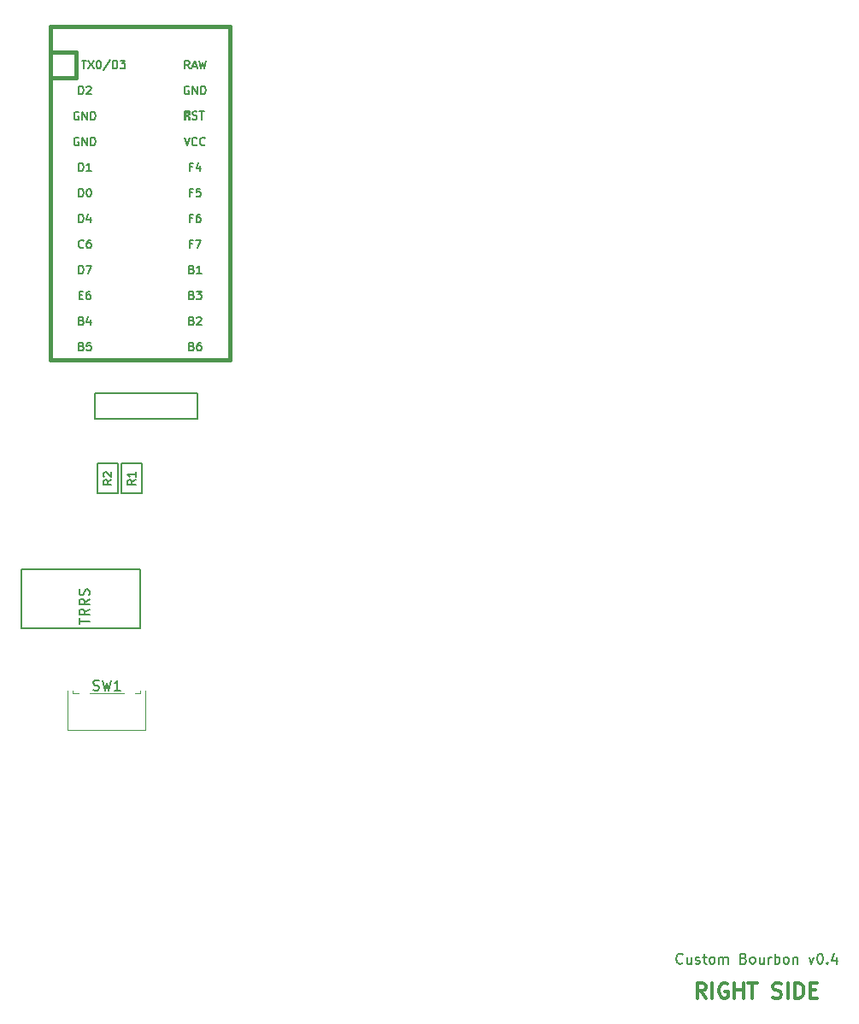
<source format=gto>
G04 #@! TF.GenerationSoftware,KiCad,Pcbnew,5.1.10*
G04 #@! TF.CreationDate,2021-07-25T23:07:30-04:00*
G04 #@! TF.ProjectId,v04_right,7630345f-7269-4676-9874-2e6b69636164,rev?*
G04 #@! TF.SameCoordinates,Original*
G04 #@! TF.FileFunction,Legend,Top*
G04 #@! TF.FilePolarity,Positive*
%FSLAX46Y46*%
G04 Gerber Fmt 4.6, Leading zero omitted, Abs format (unit mm)*
G04 Created by KiCad (PCBNEW 5.1.10) date 2021-07-25 23:07:30*
%MOMM*%
%LPD*%
G01*
G04 APERTURE LIST*
%ADD10C,0.300000*%
%ADD11C,0.150000*%
%ADD12C,0.120000*%
%ADD13C,0.381000*%
%ADD14C,1.200000*%
%ADD15C,2.100000*%
%ADD16C,1.750000*%
%ADD17C,2.200000*%
%ADD18C,3.987800*%
%ADD19C,1.397000*%
%ADD20R,1.752600X1.752600*%
%ADD21C,1.752600*%
G04 APERTURE END LIST*
D10*
X-118577678Y-119741071D02*
X-119077678Y-119026785D01*
X-119434821Y-119741071D02*
X-119434821Y-118241071D01*
X-118863392Y-118241071D01*
X-118720535Y-118312500D01*
X-118649107Y-118383928D01*
X-118577678Y-118526785D01*
X-118577678Y-118741071D01*
X-118649107Y-118883928D01*
X-118720535Y-118955357D01*
X-118863392Y-119026785D01*
X-119434821Y-119026785D01*
X-117934821Y-119741071D02*
X-117934821Y-118241071D01*
X-116434821Y-118312500D02*
X-116577678Y-118241071D01*
X-116791964Y-118241071D01*
X-117006250Y-118312500D01*
X-117149107Y-118455357D01*
X-117220535Y-118598214D01*
X-117291964Y-118883928D01*
X-117291964Y-119098214D01*
X-117220535Y-119383928D01*
X-117149107Y-119526785D01*
X-117006250Y-119669642D01*
X-116791964Y-119741071D01*
X-116649107Y-119741071D01*
X-116434821Y-119669642D01*
X-116363392Y-119598214D01*
X-116363392Y-119098214D01*
X-116649107Y-119098214D01*
X-115720535Y-119741071D02*
X-115720535Y-118241071D01*
X-115720535Y-118955357D02*
X-114863392Y-118955357D01*
X-114863392Y-119741071D02*
X-114863392Y-118241071D01*
X-114363392Y-118241071D02*
X-113506250Y-118241071D01*
X-113934821Y-119741071D02*
X-113934821Y-118241071D01*
X-111934821Y-119669642D02*
X-111720535Y-119741071D01*
X-111363392Y-119741071D01*
X-111220535Y-119669642D01*
X-111149107Y-119598214D01*
X-111077678Y-119455357D01*
X-111077678Y-119312500D01*
X-111149107Y-119169642D01*
X-111220535Y-119098214D01*
X-111363392Y-119026785D01*
X-111649107Y-118955357D01*
X-111791964Y-118883928D01*
X-111863392Y-118812500D01*
X-111934821Y-118669642D01*
X-111934821Y-118526785D01*
X-111863392Y-118383928D01*
X-111791964Y-118312500D01*
X-111649107Y-118241071D01*
X-111291964Y-118241071D01*
X-111077678Y-118312500D01*
X-110434821Y-119741071D02*
X-110434821Y-118241071D01*
X-109720535Y-119741071D02*
X-109720535Y-118241071D01*
X-109363392Y-118241071D01*
X-109149107Y-118312500D01*
X-109006250Y-118455357D01*
X-108934821Y-118598214D01*
X-108863392Y-118883928D01*
X-108863392Y-119098214D01*
X-108934821Y-119383928D01*
X-109006250Y-119526785D01*
X-109149107Y-119669642D01*
X-109363392Y-119741071D01*
X-109720535Y-119741071D01*
X-108220535Y-118955357D02*
X-107720535Y-118955357D01*
X-107506250Y-119741071D02*
X-108220535Y-119741071D01*
X-108220535Y-118241071D01*
X-107506250Y-118241071D01*
D11*
X-120863392Y-116244642D02*
X-120911011Y-116292261D01*
X-121053869Y-116339880D01*
X-121149107Y-116339880D01*
X-121291964Y-116292261D01*
X-121387202Y-116197023D01*
X-121434821Y-116101785D01*
X-121482440Y-115911309D01*
X-121482440Y-115768452D01*
X-121434821Y-115577976D01*
X-121387202Y-115482738D01*
X-121291964Y-115387500D01*
X-121149107Y-115339880D01*
X-121053869Y-115339880D01*
X-120911011Y-115387500D01*
X-120863392Y-115435119D01*
X-120006250Y-115673214D02*
X-120006250Y-116339880D01*
X-120434821Y-115673214D02*
X-120434821Y-116197023D01*
X-120387202Y-116292261D01*
X-120291964Y-116339880D01*
X-120149107Y-116339880D01*
X-120053869Y-116292261D01*
X-120006250Y-116244642D01*
X-119577678Y-116292261D02*
X-119482440Y-116339880D01*
X-119291964Y-116339880D01*
X-119196726Y-116292261D01*
X-119149107Y-116197023D01*
X-119149107Y-116149404D01*
X-119196726Y-116054166D01*
X-119291964Y-116006547D01*
X-119434821Y-116006547D01*
X-119530059Y-115958928D01*
X-119577678Y-115863690D01*
X-119577678Y-115816071D01*
X-119530059Y-115720833D01*
X-119434821Y-115673214D01*
X-119291964Y-115673214D01*
X-119196726Y-115720833D01*
X-118863392Y-115673214D02*
X-118482440Y-115673214D01*
X-118720535Y-115339880D02*
X-118720535Y-116197023D01*
X-118672916Y-116292261D01*
X-118577678Y-116339880D01*
X-118482440Y-116339880D01*
X-118006250Y-116339880D02*
X-118101488Y-116292261D01*
X-118149107Y-116244642D01*
X-118196726Y-116149404D01*
X-118196726Y-115863690D01*
X-118149107Y-115768452D01*
X-118101488Y-115720833D01*
X-118006250Y-115673214D01*
X-117863392Y-115673214D01*
X-117768154Y-115720833D01*
X-117720535Y-115768452D01*
X-117672916Y-115863690D01*
X-117672916Y-116149404D01*
X-117720535Y-116244642D01*
X-117768154Y-116292261D01*
X-117863392Y-116339880D01*
X-118006250Y-116339880D01*
X-117244345Y-116339880D02*
X-117244345Y-115673214D01*
X-117244345Y-115768452D02*
X-117196726Y-115720833D01*
X-117101488Y-115673214D01*
X-116958630Y-115673214D01*
X-116863392Y-115720833D01*
X-116815773Y-115816071D01*
X-116815773Y-116339880D01*
X-116815773Y-115816071D02*
X-116768154Y-115720833D01*
X-116672916Y-115673214D01*
X-116530059Y-115673214D01*
X-116434821Y-115720833D01*
X-116387202Y-115816071D01*
X-116387202Y-116339880D01*
X-114815773Y-115816071D02*
X-114672916Y-115863690D01*
X-114625297Y-115911309D01*
X-114577678Y-116006547D01*
X-114577678Y-116149404D01*
X-114625297Y-116244642D01*
X-114672916Y-116292261D01*
X-114768154Y-116339880D01*
X-115149107Y-116339880D01*
X-115149107Y-115339880D01*
X-114815773Y-115339880D01*
X-114720535Y-115387500D01*
X-114672916Y-115435119D01*
X-114625297Y-115530357D01*
X-114625297Y-115625595D01*
X-114672916Y-115720833D01*
X-114720535Y-115768452D01*
X-114815773Y-115816071D01*
X-115149107Y-115816071D01*
X-114006250Y-116339880D02*
X-114101488Y-116292261D01*
X-114149107Y-116244642D01*
X-114196726Y-116149404D01*
X-114196726Y-115863690D01*
X-114149107Y-115768452D01*
X-114101488Y-115720833D01*
X-114006250Y-115673214D01*
X-113863392Y-115673214D01*
X-113768154Y-115720833D01*
X-113720535Y-115768452D01*
X-113672916Y-115863690D01*
X-113672916Y-116149404D01*
X-113720535Y-116244642D01*
X-113768154Y-116292261D01*
X-113863392Y-116339880D01*
X-114006250Y-116339880D01*
X-112815773Y-115673214D02*
X-112815773Y-116339880D01*
X-113244345Y-115673214D02*
X-113244345Y-116197023D01*
X-113196726Y-116292261D01*
X-113101488Y-116339880D01*
X-112958630Y-116339880D01*
X-112863392Y-116292261D01*
X-112815773Y-116244642D01*
X-112339583Y-116339880D02*
X-112339583Y-115673214D01*
X-112339583Y-115863690D02*
X-112291964Y-115768452D01*
X-112244345Y-115720833D01*
X-112149107Y-115673214D01*
X-112053869Y-115673214D01*
X-111720535Y-116339880D02*
X-111720535Y-115339880D01*
X-111720535Y-115720833D02*
X-111625297Y-115673214D01*
X-111434821Y-115673214D01*
X-111339583Y-115720833D01*
X-111291964Y-115768452D01*
X-111244345Y-115863690D01*
X-111244345Y-116149404D01*
X-111291964Y-116244642D01*
X-111339583Y-116292261D01*
X-111434821Y-116339880D01*
X-111625297Y-116339880D01*
X-111720535Y-116292261D01*
X-110672916Y-116339880D02*
X-110768154Y-116292261D01*
X-110815773Y-116244642D01*
X-110863392Y-116149404D01*
X-110863392Y-115863690D01*
X-110815773Y-115768452D01*
X-110768154Y-115720833D01*
X-110672916Y-115673214D01*
X-110530059Y-115673214D01*
X-110434821Y-115720833D01*
X-110387202Y-115768452D01*
X-110339583Y-115863690D01*
X-110339583Y-116149404D01*
X-110387202Y-116244642D01*
X-110434821Y-116292261D01*
X-110530059Y-116339880D01*
X-110672916Y-116339880D01*
X-109911011Y-115673214D02*
X-109911011Y-116339880D01*
X-109911011Y-115768452D02*
X-109863392Y-115720833D01*
X-109768154Y-115673214D01*
X-109625297Y-115673214D01*
X-109530059Y-115720833D01*
X-109482440Y-115816071D01*
X-109482440Y-116339880D01*
X-108339583Y-115673214D02*
X-108101488Y-116339880D01*
X-107863392Y-115673214D01*
X-107291964Y-115339880D02*
X-107196726Y-115339880D01*
X-107101488Y-115387500D01*
X-107053869Y-115435119D01*
X-107006250Y-115530357D01*
X-106958630Y-115720833D01*
X-106958630Y-115958928D01*
X-107006250Y-116149404D01*
X-107053869Y-116244642D01*
X-107101488Y-116292261D01*
X-107196726Y-116339880D01*
X-107291964Y-116339880D01*
X-107387202Y-116292261D01*
X-107434821Y-116244642D01*
X-107482440Y-116149404D01*
X-107530059Y-115958928D01*
X-107530059Y-115720833D01*
X-107482440Y-115530357D01*
X-107434821Y-115435119D01*
X-107387202Y-115387500D01*
X-107291964Y-115339880D01*
X-106530059Y-116244642D02*
X-106482440Y-116292261D01*
X-106530059Y-116339880D01*
X-106577678Y-116292261D01*
X-106530059Y-116244642D01*
X-106530059Y-116339880D01*
X-105625297Y-115673214D02*
X-105625297Y-116339880D01*
X-105863392Y-115292261D02*
X-106101488Y-116006547D01*
X-105482440Y-116006547D01*
X-186381250Y-83068750D02*
X-186381250Y-77268750D01*
X-186381250Y-77268750D02*
X-174631250Y-77268750D01*
X-174631250Y-77268750D02*
X-174631250Y-83068750D01*
X-174631250Y-83068750D02*
X-186381250Y-83068750D01*
D12*
X-174578750Y-89517500D02*
X-174578750Y-89287500D01*
X-174058750Y-93187500D02*
X-181778750Y-93187500D01*
X-181778750Y-93187500D02*
X-181778750Y-89287500D01*
X-174058750Y-93187500D02*
X-174058750Y-89287500D01*
X-181258750Y-89517500D02*
X-181258750Y-89287500D01*
X-180718750Y-89517500D02*
X-181258750Y-89517500D01*
X-174578750Y-89517500D02*
X-175118750Y-89517500D01*
X-176218750Y-89517500D02*
X-179618750Y-89517500D01*
D11*
X-176799240Y-66761360D02*
X-178800760Y-66761360D01*
X-178800760Y-66761360D02*
X-178800760Y-69763640D01*
X-178800760Y-69763640D02*
X-176799240Y-69763640D01*
X-176799240Y-69763640D02*
X-176799240Y-66761360D01*
X-176419510Y-69763640D02*
X-174417990Y-69763640D01*
X-174417990Y-69763640D02*
X-174417990Y-66761360D01*
X-174417990Y-66761360D02*
X-176419510Y-66761360D01*
X-176419510Y-66761360D02*
X-176419510Y-69763640D01*
X-179070000Y-62388750D02*
X-168910000Y-62388750D01*
X-179070000Y-59848750D02*
X-168910000Y-59848750D01*
X-168910000Y-59848750D02*
X-168910000Y-62388750D01*
X-179070000Y-62388750D02*
X-179070000Y-59848750D01*
D13*
X-183515000Y-26035000D02*
X-183515000Y-56515000D01*
X-183515000Y-56515000D02*
X-165735000Y-56515000D01*
X-165735000Y-56515000D02*
X-165735000Y-26035000D01*
X-180975000Y-26035000D02*
X-180975000Y-28575000D01*
X-180975000Y-28575000D02*
X-183515000Y-28575000D01*
D11*
G36*
X-169693432Y-31914360D02*
G01*
X-169693432Y-32214360D01*
X-169793432Y-32214360D01*
X-169793432Y-31914360D01*
X-169693432Y-31914360D01*
G37*
X-169693432Y-31914360D02*
X-169693432Y-32214360D01*
X-169793432Y-32214360D01*
X-169793432Y-31914360D01*
X-169693432Y-31914360D01*
G36*
X-169893432Y-32314360D02*
G01*
X-169893432Y-32414360D01*
X-169993432Y-32414360D01*
X-169993432Y-32314360D01*
X-169893432Y-32314360D01*
G37*
X-169893432Y-32314360D02*
X-169893432Y-32414360D01*
X-169993432Y-32414360D01*
X-169993432Y-32314360D01*
X-169893432Y-32314360D01*
G36*
X-169693432Y-31914360D02*
G01*
X-169693432Y-32014360D01*
X-170193432Y-32014360D01*
X-170193432Y-31914360D01*
X-169693432Y-31914360D01*
G37*
X-169693432Y-31914360D02*
X-169693432Y-32014360D01*
X-170193432Y-32014360D01*
X-170193432Y-31914360D01*
X-169693432Y-31914360D01*
G36*
X-170093432Y-31914360D02*
G01*
X-170093432Y-32714360D01*
X-170193432Y-32714360D01*
X-170193432Y-31914360D01*
X-170093432Y-31914360D01*
G37*
X-170093432Y-31914360D02*
X-170093432Y-32714360D01*
X-170193432Y-32714360D01*
X-170193432Y-31914360D01*
X-170093432Y-31914360D01*
G36*
X-169693432Y-32514360D02*
G01*
X-169693432Y-32714360D01*
X-169793432Y-32714360D01*
X-169793432Y-32514360D01*
X-169693432Y-32514360D01*
G37*
X-169693432Y-32514360D02*
X-169693432Y-32714360D01*
X-169793432Y-32714360D01*
X-169793432Y-32514360D01*
X-169693432Y-32514360D01*
D13*
X-165735000Y-26035000D02*
X-165735000Y-23495000D01*
X-165735000Y-23495000D02*
X-183515000Y-23495000D01*
X-183515000Y-23495000D02*
X-183515000Y-26035000D01*
X-180975000Y-26035000D02*
X-183515000Y-26035000D01*
D11*
X-180628869Y-82680654D02*
X-180628869Y-82109226D01*
X-179628869Y-82394940D02*
X-180628869Y-82394940D01*
X-179628869Y-81204464D02*
X-180105059Y-81537797D01*
X-179628869Y-81775892D02*
X-180628869Y-81775892D01*
X-180628869Y-81394940D01*
X-180581250Y-81299702D01*
X-180533630Y-81252083D01*
X-180438392Y-81204464D01*
X-180295535Y-81204464D01*
X-180200297Y-81252083D01*
X-180152678Y-81299702D01*
X-180105059Y-81394940D01*
X-180105059Y-81775892D01*
X-179628869Y-80204464D02*
X-180105059Y-80537797D01*
X-179628869Y-80775892D02*
X-180628869Y-80775892D01*
X-180628869Y-80394940D01*
X-180581250Y-80299702D01*
X-180533630Y-80252083D01*
X-180438392Y-80204464D01*
X-180295535Y-80204464D01*
X-180200297Y-80252083D01*
X-180152678Y-80299702D01*
X-180105059Y-80394940D01*
X-180105059Y-80775892D01*
X-179676488Y-79823511D02*
X-179628869Y-79680654D01*
X-179628869Y-79442559D01*
X-179676488Y-79347321D01*
X-179724107Y-79299702D01*
X-179819345Y-79252083D01*
X-179914583Y-79252083D01*
X-180009821Y-79299702D01*
X-180057440Y-79347321D01*
X-180105059Y-79442559D01*
X-180152678Y-79633035D01*
X-180200297Y-79728273D01*
X-180247916Y-79775892D01*
X-180343154Y-79823511D01*
X-180438392Y-79823511D01*
X-180533630Y-79775892D01*
X-180581250Y-79728273D01*
X-180628869Y-79633035D01*
X-180628869Y-79394940D01*
X-180581250Y-79252083D01*
X-179252083Y-89212261D02*
X-179109226Y-89259880D01*
X-178871130Y-89259880D01*
X-178775892Y-89212261D01*
X-178728273Y-89164642D01*
X-178680654Y-89069404D01*
X-178680654Y-88974166D01*
X-178728273Y-88878928D01*
X-178775892Y-88831309D01*
X-178871130Y-88783690D01*
X-179061607Y-88736071D01*
X-179156845Y-88688452D01*
X-179204464Y-88640833D01*
X-179252083Y-88545595D01*
X-179252083Y-88450357D01*
X-179204464Y-88355119D01*
X-179156845Y-88307500D01*
X-179061607Y-88259880D01*
X-178823511Y-88259880D01*
X-178680654Y-88307500D01*
X-178347321Y-88259880D02*
X-178109226Y-89259880D01*
X-177918750Y-88545595D01*
X-177728273Y-89259880D01*
X-177490178Y-88259880D01*
X-176585416Y-89259880D02*
X-177156845Y-89259880D01*
X-176871130Y-89259880D02*
X-176871130Y-88259880D01*
X-176966369Y-88402738D01*
X-177061607Y-88497976D01*
X-177156845Y-88545595D01*
X-177438095Y-68395833D02*
X-177819047Y-68662500D01*
X-177438095Y-68852976D02*
X-178238095Y-68852976D01*
X-178238095Y-68548214D01*
X-178200000Y-68472023D01*
X-178161904Y-68433928D01*
X-178085714Y-68395833D01*
X-177971428Y-68395833D01*
X-177895238Y-68433928D01*
X-177857142Y-68472023D01*
X-177819047Y-68548214D01*
X-177819047Y-68852976D01*
X-178161904Y-68091071D02*
X-178200000Y-68052976D01*
X-178238095Y-67976785D01*
X-178238095Y-67786309D01*
X-178200000Y-67710119D01*
X-178161904Y-67672023D01*
X-178085714Y-67633928D01*
X-178009523Y-67633928D01*
X-177895238Y-67672023D01*
X-177438095Y-68129166D01*
X-177438095Y-67633928D01*
X-175056845Y-68395833D02*
X-175437797Y-68662500D01*
X-175056845Y-68852976D02*
X-175856845Y-68852976D01*
X-175856845Y-68548214D01*
X-175818750Y-68472023D01*
X-175780654Y-68433928D01*
X-175704464Y-68395833D01*
X-175590178Y-68395833D01*
X-175513988Y-68433928D01*
X-175475892Y-68472023D01*
X-175437797Y-68548214D01*
X-175437797Y-68852976D01*
X-175056845Y-67633928D02*
X-175056845Y-68091071D01*
X-175056845Y-67862500D02*
X-175856845Y-67862500D01*
X-175742559Y-67938690D01*
X-175666369Y-68014880D01*
X-175628273Y-68091071D01*
X-169487809Y-52647857D02*
X-169373523Y-52685952D01*
X-169335428Y-52724047D01*
X-169297333Y-52800238D01*
X-169297333Y-52914523D01*
X-169335428Y-52990714D01*
X-169373523Y-53028809D01*
X-169449714Y-53066904D01*
X-169754476Y-53066904D01*
X-169754476Y-52266904D01*
X-169487809Y-52266904D01*
X-169411619Y-52305000D01*
X-169373523Y-52343095D01*
X-169335428Y-52419285D01*
X-169335428Y-52495476D01*
X-169373523Y-52571666D01*
X-169411619Y-52609761D01*
X-169487809Y-52647857D01*
X-169754476Y-52647857D01*
X-168992571Y-52343095D02*
X-168954476Y-52305000D01*
X-168878285Y-52266904D01*
X-168687809Y-52266904D01*
X-168611619Y-52305000D01*
X-168573523Y-52343095D01*
X-168535428Y-52419285D01*
X-168535428Y-52495476D01*
X-168573523Y-52609761D01*
X-169030666Y-53066904D01*
X-168535428Y-53066904D01*
X-169430666Y-45027857D02*
X-169697333Y-45027857D01*
X-169697333Y-45446904D02*
X-169697333Y-44646904D01*
X-169316380Y-44646904D01*
X-169087809Y-44646904D02*
X-168554476Y-44646904D01*
X-168897333Y-45446904D01*
X-169430666Y-42487857D02*
X-169697333Y-42487857D01*
X-169697333Y-42906904D02*
X-169697333Y-42106904D01*
X-169316380Y-42106904D01*
X-168668761Y-42106904D02*
X-168821142Y-42106904D01*
X-168897333Y-42145000D01*
X-168935428Y-42183095D01*
X-169011619Y-42297380D01*
X-169049714Y-42449761D01*
X-169049714Y-42754523D01*
X-169011619Y-42830714D01*
X-168973523Y-42868809D01*
X-168897333Y-42906904D01*
X-168744952Y-42906904D01*
X-168668761Y-42868809D01*
X-168630666Y-42830714D01*
X-168592571Y-42754523D01*
X-168592571Y-42564047D01*
X-168630666Y-42487857D01*
X-168668761Y-42449761D01*
X-168744952Y-42411666D01*
X-168897333Y-42411666D01*
X-168973523Y-42449761D01*
X-169011619Y-42487857D01*
X-169049714Y-42564047D01*
X-169430666Y-39947857D02*
X-169697333Y-39947857D01*
X-169697333Y-40366904D02*
X-169697333Y-39566904D01*
X-169316380Y-39566904D01*
X-168630666Y-39566904D02*
X-169011619Y-39566904D01*
X-169049714Y-39947857D01*
X-169011619Y-39909761D01*
X-168935428Y-39871666D01*
X-168744952Y-39871666D01*
X-168668761Y-39909761D01*
X-168630666Y-39947857D01*
X-168592571Y-40024047D01*
X-168592571Y-40214523D01*
X-168630666Y-40290714D01*
X-168668761Y-40328809D01*
X-168744952Y-40366904D01*
X-168935428Y-40366904D01*
X-169011619Y-40328809D01*
X-169049714Y-40290714D01*
X-169716380Y-27666904D02*
X-169983047Y-27285952D01*
X-170173523Y-27666904D02*
X-170173523Y-26866904D01*
X-169868761Y-26866904D01*
X-169792571Y-26905000D01*
X-169754476Y-26943095D01*
X-169716380Y-27019285D01*
X-169716380Y-27133571D01*
X-169754476Y-27209761D01*
X-169792571Y-27247857D01*
X-169868761Y-27285952D01*
X-170173523Y-27285952D01*
X-169411619Y-27438333D02*
X-169030666Y-27438333D01*
X-169487809Y-27666904D02*
X-169221142Y-26866904D01*
X-168954476Y-27666904D01*
X-168764000Y-26866904D02*
X-168573523Y-27666904D01*
X-168421142Y-27095476D01*
X-168268761Y-27666904D01*
X-168078285Y-26866904D01*
X-169773523Y-29445000D02*
X-169849714Y-29406904D01*
X-169964000Y-29406904D01*
X-170078285Y-29445000D01*
X-170154476Y-29521190D01*
X-170192571Y-29597380D01*
X-170230666Y-29749761D01*
X-170230666Y-29864047D01*
X-170192571Y-30016428D01*
X-170154476Y-30092619D01*
X-170078285Y-30168809D01*
X-169964000Y-30206904D01*
X-169887809Y-30206904D01*
X-169773523Y-30168809D01*
X-169735428Y-30130714D01*
X-169735428Y-29864047D01*
X-169887809Y-29864047D01*
X-169392571Y-30206904D02*
X-169392571Y-29406904D01*
X-168935428Y-30206904D01*
X-168935428Y-29406904D01*
X-168554476Y-30206904D02*
X-168554476Y-29406904D01*
X-168364000Y-29406904D01*
X-168249714Y-29445000D01*
X-168173523Y-29521190D01*
X-168135428Y-29597380D01*
X-168097333Y-29749761D01*
X-168097333Y-29864047D01*
X-168135428Y-30016428D01*
X-168173523Y-30092619D01*
X-168249714Y-30168809D01*
X-168364000Y-30206904D01*
X-168554476Y-30206904D01*
X-169425213Y-32678809D02*
X-169310927Y-32716904D01*
X-169120451Y-32716904D01*
X-169044260Y-32678809D01*
X-169006165Y-32640714D01*
X-168968070Y-32564523D01*
X-168968070Y-32488333D01*
X-169006165Y-32412142D01*
X-169044260Y-32374047D01*
X-169120451Y-32335952D01*
X-169272832Y-32297857D01*
X-169349022Y-32259761D01*
X-169387118Y-32221666D01*
X-169425213Y-32145476D01*
X-169425213Y-32069285D01*
X-169387118Y-31993095D01*
X-169349022Y-31955000D01*
X-169272832Y-31916904D01*
X-169082356Y-31916904D01*
X-168968070Y-31955000D01*
X-168739499Y-31916904D02*
X-168282356Y-31916904D01*
X-168510927Y-32716904D02*
X-168510927Y-31916904D01*
X-170230666Y-34486904D02*
X-169964000Y-35286904D01*
X-169697333Y-34486904D01*
X-168973523Y-35210714D02*
X-169011619Y-35248809D01*
X-169125904Y-35286904D01*
X-169202095Y-35286904D01*
X-169316380Y-35248809D01*
X-169392571Y-35172619D01*
X-169430666Y-35096428D01*
X-169468761Y-34944047D01*
X-169468761Y-34829761D01*
X-169430666Y-34677380D01*
X-169392571Y-34601190D01*
X-169316380Y-34525000D01*
X-169202095Y-34486904D01*
X-169125904Y-34486904D01*
X-169011619Y-34525000D01*
X-168973523Y-34563095D01*
X-168173523Y-35210714D02*
X-168211619Y-35248809D01*
X-168325904Y-35286904D01*
X-168402095Y-35286904D01*
X-168516380Y-35248809D01*
X-168592571Y-35172619D01*
X-168630666Y-35096428D01*
X-168668761Y-34944047D01*
X-168668761Y-34829761D01*
X-168630666Y-34677380D01*
X-168592571Y-34601190D01*
X-168516380Y-34525000D01*
X-168402095Y-34486904D01*
X-168325904Y-34486904D01*
X-168211619Y-34525000D01*
X-168173523Y-34563095D01*
X-169430666Y-37407857D02*
X-169697333Y-37407857D01*
X-169697333Y-37826904D02*
X-169697333Y-37026904D01*
X-169316380Y-37026904D01*
X-168668761Y-37293571D02*
X-168668761Y-37826904D01*
X-168859238Y-36988809D02*
X-169049714Y-37560238D01*
X-168554476Y-37560238D01*
X-169487809Y-47567857D02*
X-169373523Y-47605952D01*
X-169335428Y-47644047D01*
X-169297333Y-47720238D01*
X-169297333Y-47834523D01*
X-169335428Y-47910714D01*
X-169373523Y-47948809D01*
X-169449714Y-47986904D01*
X-169754476Y-47986904D01*
X-169754476Y-47186904D01*
X-169487809Y-47186904D01*
X-169411619Y-47225000D01*
X-169373523Y-47263095D01*
X-169335428Y-47339285D01*
X-169335428Y-47415476D01*
X-169373523Y-47491666D01*
X-169411619Y-47529761D01*
X-169487809Y-47567857D01*
X-169754476Y-47567857D01*
X-168535428Y-47986904D02*
X-168992571Y-47986904D01*
X-168764000Y-47986904D02*
X-168764000Y-47186904D01*
X-168840190Y-47301190D01*
X-168916380Y-47377380D01*
X-168992571Y-47415476D01*
X-169487809Y-50107857D02*
X-169373523Y-50145952D01*
X-169335428Y-50184047D01*
X-169297333Y-50260238D01*
X-169297333Y-50374523D01*
X-169335428Y-50450714D01*
X-169373523Y-50488809D01*
X-169449714Y-50526904D01*
X-169754476Y-50526904D01*
X-169754476Y-49726904D01*
X-169487809Y-49726904D01*
X-169411619Y-49765000D01*
X-169373523Y-49803095D01*
X-169335428Y-49879285D01*
X-169335428Y-49955476D01*
X-169373523Y-50031666D01*
X-169411619Y-50069761D01*
X-169487809Y-50107857D01*
X-169754476Y-50107857D01*
X-169030666Y-49726904D02*
X-168535428Y-49726904D01*
X-168802095Y-50031666D01*
X-168687809Y-50031666D01*
X-168611619Y-50069761D01*
X-168573523Y-50107857D01*
X-168535428Y-50184047D01*
X-168535428Y-50374523D01*
X-168573523Y-50450714D01*
X-168611619Y-50488809D01*
X-168687809Y-50526904D01*
X-168916380Y-50526904D01*
X-168992571Y-50488809D01*
X-169030666Y-50450714D01*
X-169487809Y-55187857D02*
X-169373523Y-55225952D01*
X-169335428Y-55264047D01*
X-169297333Y-55340238D01*
X-169297333Y-55454523D01*
X-169335428Y-55530714D01*
X-169373523Y-55568809D01*
X-169449714Y-55606904D01*
X-169754476Y-55606904D01*
X-169754476Y-54806904D01*
X-169487809Y-54806904D01*
X-169411619Y-54845000D01*
X-169373523Y-54883095D01*
X-169335428Y-54959285D01*
X-169335428Y-55035476D01*
X-169373523Y-55111666D01*
X-169411619Y-55149761D01*
X-169487809Y-55187857D01*
X-169754476Y-55187857D01*
X-168611619Y-54806904D02*
X-168764000Y-54806904D01*
X-168840190Y-54845000D01*
X-168878285Y-54883095D01*
X-168954476Y-54997380D01*
X-168992571Y-55149761D01*
X-168992571Y-55454523D01*
X-168954476Y-55530714D01*
X-168916380Y-55568809D01*
X-168840190Y-55606904D01*
X-168687809Y-55606904D01*
X-168611619Y-55568809D01*
X-168573523Y-55530714D01*
X-168535428Y-55454523D01*
X-168535428Y-55264047D01*
X-168573523Y-55187857D01*
X-168611619Y-55149761D01*
X-168687809Y-55111666D01*
X-168840190Y-55111666D01*
X-168916380Y-55149761D01*
X-168954476Y-55187857D01*
X-168992571Y-55264047D01*
X-180409809Y-55187857D02*
X-180295523Y-55225952D01*
X-180257428Y-55264047D01*
X-180219333Y-55340238D01*
X-180219333Y-55454523D01*
X-180257428Y-55530714D01*
X-180295523Y-55568809D01*
X-180371714Y-55606904D01*
X-180676476Y-55606904D01*
X-180676476Y-54806904D01*
X-180409809Y-54806904D01*
X-180333619Y-54845000D01*
X-180295523Y-54883095D01*
X-180257428Y-54959285D01*
X-180257428Y-55035476D01*
X-180295523Y-55111666D01*
X-180333619Y-55149761D01*
X-180409809Y-55187857D01*
X-180676476Y-55187857D01*
X-179495523Y-54806904D02*
X-179876476Y-54806904D01*
X-179914571Y-55187857D01*
X-179876476Y-55149761D01*
X-179800285Y-55111666D01*
X-179609809Y-55111666D01*
X-179533619Y-55149761D01*
X-179495523Y-55187857D01*
X-179457428Y-55264047D01*
X-179457428Y-55454523D01*
X-179495523Y-55530714D01*
X-179533619Y-55568809D01*
X-179609809Y-55606904D01*
X-179800285Y-55606904D01*
X-179876476Y-55568809D01*
X-179914571Y-55530714D01*
X-180409809Y-52647857D02*
X-180295523Y-52685952D01*
X-180257428Y-52724047D01*
X-180219333Y-52800238D01*
X-180219333Y-52914523D01*
X-180257428Y-52990714D01*
X-180295523Y-53028809D01*
X-180371714Y-53066904D01*
X-180676476Y-53066904D01*
X-180676476Y-52266904D01*
X-180409809Y-52266904D01*
X-180333619Y-52305000D01*
X-180295523Y-52343095D01*
X-180257428Y-52419285D01*
X-180257428Y-52495476D01*
X-180295523Y-52571666D01*
X-180333619Y-52609761D01*
X-180409809Y-52647857D01*
X-180676476Y-52647857D01*
X-179533619Y-52533571D02*
X-179533619Y-53066904D01*
X-179724095Y-52228809D02*
X-179914571Y-52800238D01*
X-179419333Y-52800238D01*
X-180638380Y-50107857D02*
X-180371714Y-50107857D01*
X-180257428Y-50526904D02*
X-180638380Y-50526904D01*
X-180638380Y-49726904D01*
X-180257428Y-49726904D01*
X-179571714Y-49726904D02*
X-179724095Y-49726904D01*
X-179800285Y-49765000D01*
X-179838380Y-49803095D01*
X-179914571Y-49917380D01*
X-179952666Y-50069761D01*
X-179952666Y-50374523D01*
X-179914571Y-50450714D01*
X-179876476Y-50488809D01*
X-179800285Y-50526904D01*
X-179647904Y-50526904D01*
X-179571714Y-50488809D01*
X-179533619Y-50450714D01*
X-179495523Y-50374523D01*
X-179495523Y-50184047D01*
X-179533619Y-50107857D01*
X-179571714Y-50069761D01*
X-179647904Y-50031666D01*
X-179800285Y-50031666D01*
X-179876476Y-50069761D01*
X-179914571Y-50107857D01*
X-179952666Y-50184047D01*
X-180676476Y-47986904D02*
X-180676476Y-47186904D01*
X-180486000Y-47186904D01*
X-180371714Y-47225000D01*
X-180295523Y-47301190D01*
X-180257428Y-47377380D01*
X-180219333Y-47529761D01*
X-180219333Y-47644047D01*
X-180257428Y-47796428D01*
X-180295523Y-47872619D01*
X-180371714Y-47948809D01*
X-180486000Y-47986904D01*
X-180676476Y-47986904D01*
X-179952666Y-47186904D02*
X-179419333Y-47186904D01*
X-179762190Y-47986904D01*
X-180219333Y-45370714D02*
X-180257428Y-45408809D01*
X-180371714Y-45446904D01*
X-180447904Y-45446904D01*
X-180562190Y-45408809D01*
X-180638380Y-45332619D01*
X-180676476Y-45256428D01*
X-180714571Y-45104047D01*
X-180714571Y-44989761D01*
X-180676476Y-44837380D01*
X-180638380Y-44761190D01*
X-180562190Y-44685000D01*
X-180447904Y-44646904D01*
X-180371714Y-44646904D01*
X-180257428Y-44685000D01*
X-180219333Y-44723095D01*
X-179533619Y-44646904D02*
X-179686000Y-44646904D01*
X-179762190Y-44685000D01*
X-179800285Y-44723095D01*
X-179876476Y-44837380D01*
X-179914571Y-44989761D01*
X-179914571Y-45294523D01*
X-179876476Y-45370714D01*
X-179838380Y-45408809D01*
X-179762190Y-45446904D01*
X-179609809Y-45446904D01*
X-179533619Y-45408809D01*
X-179495523Y-45370714D01*
X-179457428Y-45294523D01*
X-179457428Y-45104047D01*
X-179495523Y-45027857D01*
X-179533619Y-44989761D01*
X-179609809Y-44951666D01*
X-179762190Y-44951666D01*
X-179838380Y-44989761D01*
X-179876476Y-45027857D01*
X-179914571Y-45104047D01*
X-180676476Y-42906904D02*
X-180676476Y-42106904D01*
X-180486000Y-42106904D01*
X-180371714Y-42145000D01*
X-180295523Y-42221190D01*
X-180257428Y-42297380D01*
X-180219333Y-42449761D01*
X-180219333Y-42564047D01*
X-180257428Y-42716428D01*
X-180295523Y-42792619D01*
X-180371714Y-42868809D01*
X-180486000Y-42906904D01*
X-180676476Y-42906904D01*
X-179533619Y-42373571D02*
X-179533619Y-42906904D01*
X-179724095Y-42068809D02*
X-179914571Y-42640238D01*
X-179419333Y-42640238D01*
X-180695523Y-31985000D02*
X-180771714Y-31946904D01*
X-180886000Y-31946904D01*
X-181000285Y-31985000D01*
X-181076476Y-32061190D01*
X-181114571Y-32137380D01*
X-181152666Y-32289761D01*
X-181152666Y-32404047D01*
X-181114571Y-32556428D01*
X-181076476Y-32632619D01*
X-181000285Y-32708809D01*
X-180886000Y-32746904D01*
X-180809809Y-32746904D01*
X-180695523Y-32708809D01*
X-180657428Y-32670714D01*
X-180657428Y-32404047D01*
X-180809809Y-32404047D01*
X-180314571Y-32746904D02*
X-180314571Y-31946904D01*
X-179857428Y-32746904D01*
X-179857428Y-31946904D01*
X-179476476Y-32746904D02*
X-179476476Y-31946904D01*
X-179286000Y-31946904D01*
X-179171714Y-31985000D01*
X-179095523Y-32061190D01*
X-179057428Y-32137380D01*
X-179019333Y-32289761D01*
X-179019333Y-32404047D01*
X-179057428Y-32556428D01*
X-179095523Y-32632619D01*
X-179171714Y-32708809D01*
X-179286000Y-32746904D01*
X-179476476Y-32746904D01*
X-180695523Y-34525000D02*
X-180771714Y-34486904D01*
X-180886000Y-34486904D01*
X-181000285Y-34525000D01*
X-181076476Y-34601190D01*
X-181114571Y-34677380D01*
X-181152666Y-34829761D01*
X-181152666Y-34944047D01*
X-181114571Y-35096428D01*
X-181076476Y-35172619D01*
X-181000285Y-35248809D01*
X-180886000Y-35286904D01*
X-180809809Y-35286904D01*
X-180695523Y-35248809D01*
X-180657428Y-35210714D01*
X-180657428Y-34944047D01*
X-180809809Y-34944047D01*
X-180314571Y-35286904D02*
X-180314571Y-34486904D01*
X-179857428Y-35286904D01*
X-179857428Y-34486904D01*
X-179476476Y-35286904D02*
X-179476476Y-34486904D01*
X-179286000Y-34486904D01*
X-179171714Y-34525000D01*
X-179095523Y-34601190D01*
X-179057428Y-34677380D01*
X-179019333Y-34829761D01*
X-179019333Y-34944047D01*
X-179057428Y-35096428D01*
X-179095523Y-35172619D01*
X-179171714Y-35248809D01*
X-179286000Y-35286904D01*
X-179476476Y-35286904D01*
X-180676476Y-37826904D02*
X-180676476Y-37026904D01*
X-180486000Y-37026904D01*
X-180371714Y-37065000D01*
X-180295523Y-37141190D01*
X-180257428Y-37217380D01*
X-180219333Y-37369761D01*
X-180219333Y-37484047D01*
X-180257428Y-37636428D01*
X-180295523Y-37712619D01*
X-180371714Y-37788809D01*
X-180486000Y-37826904D01*
X-180676476Y-37826904D01*
X-179457428Y-37826904D02*
X-179914571Y-37826904D01*
X-179686000Y-37826904D02*
X-179686000Y-37026904D01*
X-179762190Y-37141190D01*
X-179838380Y-37217380D01*
X-179914571Y-37255476D01*
X-180676476Y-40366904D02*
X-180676476Y-39566904D01*
X-180486000Y-39566904D01*
X-180371714Y-39605000D01*
X-180295523Y-39681190D01*
X-180257428Y-39757380D01*
X-180219333Y-39909761D01*
X-180219333Y-40024047D01*
X-180257428Y-40176428D01*
X-180295523Y-40252619D01*
X-180371714Y-40328809D01*
X-180486000Y-40366904D01*
X-180676476Y-40366904D01*
X-179724095Y-39566904D02*
X-179647904Y-39566904D01*
X-179571714Y-39605000D01*
X-179533619Y-39643095D01*
X-179495523Y-39719285D01*
X-179457428Y-39871666D01*
X-179457428Y-40062142D01*
X-179495523Y-40214523D01*
X-179533619Y-40290714D01*
X-179571714Y-40328809D01*
X-179647904Y-40366904D01*
X-179724095Y-40366904D01*
X-179800285Y-40328809D01*
X-179838380Y-40290714D01*
X-179876476Y-40214523D01*
X-179914571Y-40062142D01*
X-179914571Y-39871666D01*
X-179876476Y-39719285D01*
X-179838380Y-39643095D01*
X-179800285Y-39605000D01*
X-179724095Y-39566904D01*
X-180676476Y-30206904D02*
X-180676476Y-29406904D01*
X-180486000Y-29406904D01*
X-180371714Y-29445000D01*
X-180295523Y-29521190D01*
X-180257428Y-29597380D01*
X-180219333Y-29749761D01*
X-180219333Y-29864047D01*
X-180257428Y-30016428D01*
X-180295523Y-30092619D01*
X-180371714Y-30168809D01*
X-180486000Y-30206904D01*
X-180676476Y-30206904D01*
X-179914571Y-29483095D02*
X-179876476Y-29445000D01*
X-179800285Y-29406904D01*
X-179609809Y-29406904D01*
X-179533619Y-29445000D01*
X-179495523Y-29483095D01*
X-179457428Y-29559285D01*
X-179457428Y-29635476D01*
X-179495523Y-29749761D01*
X-179952666Y-30206904D01*
X-179457428Y-30206904D01*
X-180387348Y-26866904D02*
X-179930205Y-26866904D01*
X-180158776Y-27666904D02*
X-180158776Y-26866904D01*
X-179739729Y-26866904D02*
X-179206395Y-27666904D01*
X-179206395Y-26866904D02*
X-179739729Y-27666904D01*
X-178749252Y-26866904D02*
X-178673062Y-26866904D01*
X-178596872Y-26905000D01*
X-178558776Y-26943095D01*
X-178520681Y-27019285D01*
X-178482586Y-27171666D01*
X-178482586Y-27362142D01*
X-178520681Y-27514523D01*
X-178558776Y-27590714D01*
X-178596872Y-27628809D01*
X-178673062Y-27666904D01*
X-178749252Y-27666904D01*
X-178825443Y-27628809D01*
X-178863538Y-27590714D01*
X-178901633Y-27514523D01*
X-178939729Y-27362142D01*
X-178939729Y-27171666D01*
X-178901633Y-27019285D01*
X-178863538Y-26943095D01*
X-178825443Y-26905000D01*
X-178749252Y-26866904D01*
X-177568300Y-26828809D02*
X-178254014Y-27857380D01*
X-177301633Y-27666904D02*
X-177301633Y-26866904D01*
X-177111157Y-26866904D01*
X-176996872Y-26905000D01*
X-176920681Y-26981190D01*
X-176882586Y-27057380D01*
X-176844491Y-27209761D01*
X-176844491Y-27324047D01*
X-176882586Y-27476428D01*
X-176920681Y-27552619D01*
X-176996872Y-27628809D01*
X-177111157Y-27666904D01*
X-177301633Y-27666904D01*
X-176577824Y-26866904D02*
X-176082586Y-26866904D01*
X-176349252Y-27171666D01*
X-176234967Y-27171666D01*
X-176158776Y-27209761D01*
X-176120681Y-27247857D01*
X-176082586Y-27324047D01*
X-176082586Y-27514523D01*
X-176120681Y-27590714D01*
X-176158776Y-27628809D01*
X-176234967Y-27666904D01*
X-176463538Y-27666904D01*
X-176539729Y-27628809D01*
X-176577824Y-27590714D01*
%LPC*%
D14*
X-178031250Y-80168750D03*
X-185031250Y-80168750D03*
X-177918750Y-91697500D03*
D15*
X-174418750Y-87997500D03*
D16*
X-175418750Y-90487500D03*
X-180418750Y-90487500D03*
D15*
X-181428750Y-87997500D03*
D17*
X-160000000Y-69850000D03*
X-181750000Y-69850000D03*
D18*
X-104030000Y-78277500D03*
D16*
X-109110000Y-78277500D03*
X-98950000Y-78277500D03*
D18*
X-103975000Y-135731250D03*
D16*
X-109055000Y-135731250D03*
X-98895000Y-135731250D03*
D18*
X-84925000Y-116681250D03*
D16*
X-90005000Y-116681250D03*
X-79845000Y-116681250D03*
D18*
X-65875000Y-135731250D03*
D16*
X-70955000Y-135731250D03*
X-60795000Y-135731250D03*
D18*
X-65843750Y-100658000D03*
D16*
X-70923750Y-100658000D03*
X-60763750Y-100658000D03*
D18*
X-65843750Y-81608000D03*
D16*
X-70923750Y-81608000D03*
X-60763750Y-81608000D03*
D18*
X-65843750Y-43508000D03*
D16*
X-70923750Y-43508000D03*
X-60763750Y-43508000D03*
D18*
X-27781250Y-116681250D03*
D16*
X-32861250Y-116681250D03*
X-22701250Y-116681250D03*
D18*
X-30162500Y-135731250D03*
D16*
X-35242500Y-135731250D03*
X-25082500Y-135731250D03*
D18*
X-142180000Y-67531000D03*
D16*
X-142180000Y-72611000D03*
X-142180000Y-62451000D03*
D18*
X-123130000Y-62756000D03*
D16*
X-128210000Y-62756000D03*
X-118050000Y-62756000D03*
D18*
X-65843750Y-62558000D03*
D16*
X-70923750Y-62558000D03*
X-60763750Y-62558000D03*
D18*
X-123130000Y-43706000D03*
D16*
X-128210000Y-43706000D03*
X-118050000Y-43706000D03*
D19*
X-177800000Y-70802500D03*
X-177800000Y-65722500D03*
X-175418750Y-65722500D03*
X-175418750Y-70802500D03*
X-170180000Y-61118750D03*
X-172720000Y-61118750D03*
X-175260000Y-61118750D03*
X-177800000Y-61118750D03*
D20*
X-182245000Y-27305000D03*
D21*
X-182245000Y-29845000D03*
X-182245000Y-32385000D03*
X-182245000Y-34925000D03*
X-182245000Y-37465000D03*
X-182245000Y-40005000D03*
X-182245000Y-42545000D03*
X-182245000Y-45085000D03*
X-182245000Y-47625000D03*
X-182245000Y-50165000D03*
X-182245000Y-52705000D03*
X-167005000Y-55245000D03*
X-167005000Y-52705000D03*
X-167005000Y-50165000D03*
X-167005000Y-47625000D03*
X-167005000Y-45085000D03*
X-167005000Y-42545000D03*
X-167005000Y-40005000D03*
X-167005000Y-37465000D03*
X-167005000Y-34925000D03*
X-167005000Y-32385000D03*
X-167005000Y-29845000D03*
X-182245000Y-55245000D03*
X-167005000Y-27305000D03*
D18*
X-138112500Y-130175000D03*
D16*
X-135572500Y-134574409D03*
X-140652500Y-125775591D03*
D18*
X-84861500Y-135743250D03*
D16*
X-89941500Y-135743250D03*
X-79781500Y-135743250D03*
D18*
X-154781250Y-139700000D03*
D16*
X-152241250Y-144099409D03*
X-157321250Y-135300591D03*
D18*
X-123130000Y-100856000D03*
D16*
X-128210000Y-100856000D03*
X-118050000Y-100856000D03*
D18*
X-104030000Y-97327500D03*
D16*
X-109110000Y-97327500D03*
X-98950000Y-97327500D03*
D18*
X-84880000Y-94070750D03*
D16*
X-89960000Y-94070750D03*
X-79800000Y-94070750D03*
D18*
X-46831250Y-116681250D03*
D16*
X-51911250Y-116681250D03*
X-41751250Y-116681250D03*
D18*
X-123130000Y-81806000D03*
D16*
X-128210000Y-81806000D03*
X-118050000Y-81806000D03*
D18*
X-84880000Y-75020750D03*
D16*
X-89960000Y-75020750D03*
X-79800000Y-75020750D03*
D18*
X-46831250Y-97631250D03*
D16*
X-51911250Y-97631250D03*
X-41751250Y-97631250D03*
D18*
X-27781250Y-97631250D03*
D16*
X-32861250Y-97631250D03*
X-22701250Y-97631250D03*
D18*
X-104030000Y-59227500D03*
D16*
X-109110000Y-59227500D03*
X-98950000Y-59227500D03*
D18*
X-84880000Y-55970750D03*
D16*
X-89960000Y-55970750D03*
X-79800000Y-55970750D03*
D18*
X-46831250Y-78581250D03*
D16*
X-51911250Y-78581250D03*
X-41751250Y-78581250D03*
D18*
X-27781250Y-78581250D03*
D16*
X-32861250Y-78581250D03*
X-22701250Y-78581250D03*
D18*
X-142180000Y-43718500D03*
D16*
X-147260000Y-43718500D03*
X-137100000Y-43718500D03*
D18*
X-104030000Y-40177500D03*
D16*
X-109110000Y-40177500D03*
X-98950000Y-40177500D03*
D18*
X-84880000Y-36920750D03*
D16*
X-89960000Y-36920750D03*
X-79800000Y-36920750D03*
D18*
X-46831250Y-59531250D03*
D16*
X-51911250Y-59531250D03*
X-41751250Y-59531250D03*
D18*
X-27781250Y-59531250D03*
D16*
X-32861250Y-59531250D03*
X-22701250Y-59531250D03*
M02*

</source>
